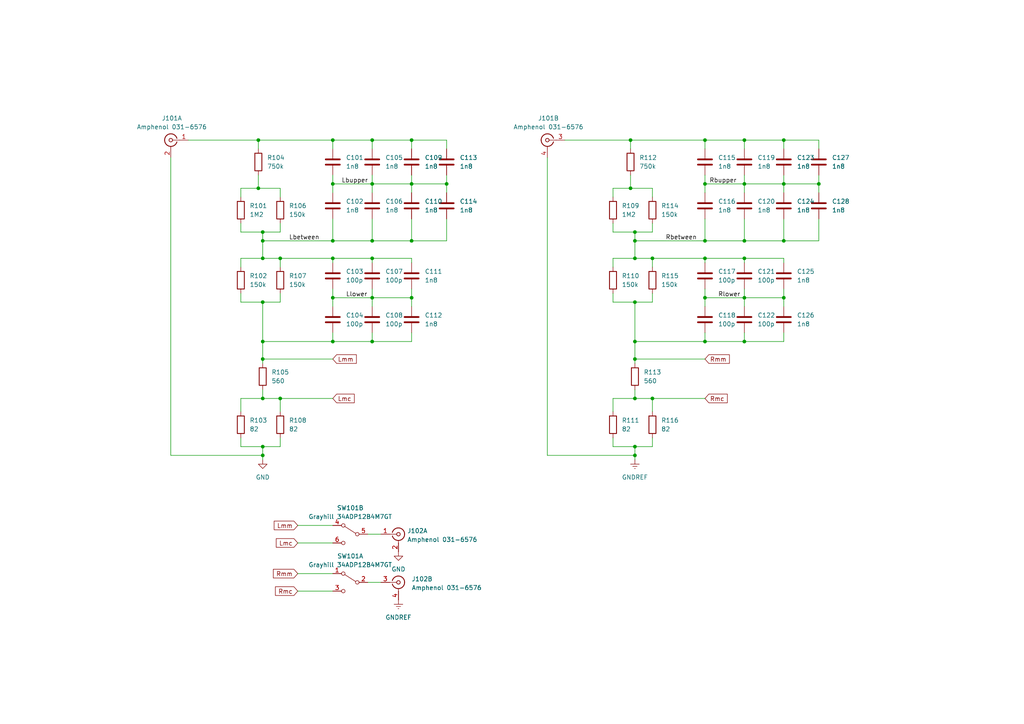
<source format=kicad_sch>
(kicad_sch (version 20230121) (generator eeschema)
  (paper "A4")
  (title_block (title "Inverse RIAA filter") (date "2023-12-10") (company "Erik Ø. Sørensen, LB3TH"))
  (lib_symbols
    (symbol "Connector:Conn_Coaxial_x2_Isolated" (pin_names (offset 1.016) hide)
      (property "Reference" "J" (at 0.254 3.048 0))
      (property "Value" "Conn_Coaxial_x2_Isolated" (at 2.921 0 90))
      (symbol "Conn_Coaxial_x2_Isolated_0_1"
        (arc (start -1.778 -0.508) (mid 0.2311 -1.8066) (end 1.778 0) (stroke (width 0.254)))
        (polyline (pts (xy -2.54 0) (xy -0.508 0)))
        (polyline (pts (xy 0 -2.54) (xy 0 -1.778)))
        (circle (center 0 0) (radius 0.508) (stroke (width 0.2032)))
        (arc (start 1.778 0) (mid 0.2099 1.8101) (end -1.778 0.508) (stroke (width 0.254)))
      )
      (symbol "Conn_Coaxial_x2_Isolated_1_1"
        (pin passive line (at -5.08 0 0) (length 2.54) (name "In1") (number "1"))
        (pin passive line (at 0 -5.08 90) (length 2.54) (name "Ext1") (number "2"))
      )
      (symbol "Conn_Coaxial_x2_Isolated_2_1"
        (pin passive line (at -5.08 0 0) (length 2.54) (name "In2") (number "3"))
        (pin passive line (at 0 -5.08 90) (length 2.54) (name "Ext2") (number "4"))
      )
    )
    (symbol "Device:C" (pin_numbers hide) (pin_names (offset 0.254))
      (property "Reference" "C" (at 0.635 2.54 0))
      (property "Value" "C" (at 0.635 -2.54 0))
      (symbol "C_0_1"
        (polyline (pts (xy -2.032 -0.762) (xy 2.032 -0.762)) (stroke (width 0.508)))
        (polyline (pts (xy -2.032 0.762) (xy 2.032 0.762)) (stroke (width 0.508)))
      )
      (symbol "C_1_1"
        (pin passive line (at 0 3.81 270) (length 2.794) (name "~") (number "1"))
        (pin passive line (at 0 -3.81 90) (length 2.794) (name "~") (number "2"))
      )
    )
    (symbol "Device:R" (pin_numbers hide) (pin_names (offset 0))
      (property "Reference" "R" (at 2.032 0 90))
      (property "Value" "R" (at 0 0 90))
      (symbol "R_0_1"
        (rectangle (start -1.016 -2.54) (end 1.016 2.54) (stroke (width 0.254)))
      )
      (symbol "R_1_1"
        (pin passive line (at 0 3.81 270) (length 1.27) (name "~") (number "1"))
        (pin passive line (at 0 -3.81 90) (length 1.27) (name "~") (number "2"))
      )
    )
    (symbol "Switch:SW_DPDT_x2" (pin_names (offset 0) hide)
      (property "Reference" "SW" (at 0 4.318 0))
      (property "Value" "SW_DPDT_x2" (at 0 -5.08 0))
      (symbol "SW_DPDT_x2_0_0"
        (circle (center -2.032 0) (radius 0.508))
        (circle (center 2.032 -2.54) (radius 0.508))
      )
      (symbol "SW_DPDT_x2_0_1"
        (polyline (pts (xy -1.524 0.254) (xy 1.651 2.286)))
        (circle (center 2.032 2.54) (radius 0.508))
      )
      (symbol "SW_DPDT_x2_1_1"
        (pin passive line (at 5.08 2.54 180) (length 2.54) (name "A") (number "1"))
        (pin passive line (at -5.08 0 0) (length 2.54) (name "B") (number "2"))
        (pin passive line (at 5.08 -2.54 180) (length 2.54) (name "C") (number "3"))
      )
      (symbol "SW_DPDT_x2_2_1"
        (pin passive line (at 5.08 2.54 180) (length 2.54) (name "A") (number "4"))
        (pin passive line (at -5.08 0 0) (length 2.54) (name "B") (number "5"))
        (pin passive line (at 5.08 -2.54 180) (length 2.54) (name "C") (number "6"))
      )
    )
    (symbol "power:GND" (power) (pin_names (offset 0))
      (property "Value" "GND" (at 0 -3.81 0))
      (symbol "GND_0_1"
        (polyline (pts (xy 0 0) (xy 0 -1.27) (xy 1.27 -1.27) (xy 0 -2.54) (xy -1.27 -1.27) (xy 0 -1.27)))
      )
      (symbol "GND_1_1"
        (pin power_in line (at 0 0 270) (length 0) hide (name "GND") (number "1"))
      )
    )
    (symbol "power:GNDREF" (power) (pin_names (offset 0))
      (property "Value" "GNDREF" (at 0 -3.81 0))
      (symbol "GNDREF_0_1"
        (polyline (pts (xy -0.635 -1.905) (xy 0.635 -1.905)))
        (polyline (pts (xy -0.127 -2.54) (xy 0.127 -2.54)))
        (polyline (pts (xy 0 -1.27) (xy 0 0)))
        (polyline (pts (xy 1.27 -1.27) (xy -1.27 -1.27)))
      )
      (symbol "GNDREF_1_1"
        (pin power_in line (at 0 0 270) (length 0) hide (name "GNDREF") (number "1"))
      )
    )
  )
  (junction (at 215.9 99.06))
  (junction (at 96.52 53.34))
  (junction (at 184.15 74.93))
  (junction (at 96.52 99.06))
  (junction (at 204.47 40.64))
  (junction (at 215.9 53.34))
  (junction (at 204.47 99.06))
  (junction (at 119.38 40.64))
  (junction (at 76.2 67.31))
  (junction (at 119.38 69.85))
  (junction (at 184.15 69.85))
  (junction (at 184.15 115.57))
  (junction (at 81.28 74.93))
  (junction (at 184.15 67.31))
  (junction (at 76.2 132.08))
  (junction (at 119.38 86.36))
  (junction (at 129.54 53.34))
  (junction (at 227.33 69.85))
  (junction (at 184.15 129.54))
  (junction (at 189.23 74.93))
  (junction (at 107.95 69.85))
  (junction (at 184.15 104.14))
  (junction (at 204.47 86.36))
  (junction (at 237.49 53.34))
  (junction (at 107.95 74.93))
  (junction (at 76.2 74.93))
  (junction (at 119.38 53.34))
  (junction (at 204.47 74.93))
  (junction (at 76.2 87.63))
  (junction (at 76.2 99.06))
  (junction (at 74.93 40.64))
  (junction (at 96.52 40.64))
  (junction (at 96.52 86.36))
  (junction (at 227.33 40.64))
  (junction (at 76.2 115.57))
  (junction (at 96.52 74.93))
  (junction (at 107.95 86.36))
  (junction (at 184.15 99.06))
  (junction (at 215.9 86.36))
  (junction (at 76.2 129.54))
  (junction (at 227.33 53.34))
  (junction (at 182.88 54.61))
  (junction (at 107.95 99.06))
  (junction (at 182.88 40.64))
  (junction (at 189.23 115.57))
  (junction (at 81.28 115.57))
  (junction (at 96.52 69.85))
  (junction (at 215.9 40.64))
  (junction (at 204.47 53.34))
  (junction (at 204.47 69.85))
  (junction (at 107.95 40.64))
  (junction (at 184.15 87.63))
  (junction (at 107.95 53.34))
  (junction (at 184.15 132.08))
  (junction (at 74.93 54.61))
  (junction (at 227.33 86.36))
  (junction (at 76.2 104.14))
  (junction (at 76.2 69.85))
  (junction (at 215.9 74.93))
  (junction (at 215.9 69.85))
  (wire (pts (xy 184.15 99.06) (xy 184.15 104.14)))
  (wire (pts (xy 189.23 67.31) (xy 184.15 67.31)))
  (wire (pts (xy 189.23 129.54) (xy 189.23 127)))
  (wire (pts (xy 119.38 53.34) (xy 119.38 55.88)))
  (wire (pts (xy 81.28 74.93) (xy 96.52 74.93)))
  (wire (pts (xy 215.9 96.52) (xy 215.9 99.06)))
  (wire (pts (xy 204.47 96.52) (xy 204.47 99.06)))
  (wire (pts (xy 81.28 129.54) (xy 81.28 127)))
  (wire (pts (xy 189.23 87.63) (xy 184.15 87.63)))
  (wire (pts (xy 96.52 63.5) (xy 96.52 69.85)))
  (wire (pts (xy 76.2 87.63) (xy 69.85 87.63)))
  (wire (pts (xy 177.8 67.31) (xy 177.8 64.77)))
  (wire (pts (xy 184.15 115.57) (xy 189.23 115.57)))
  (wire (pts (xy 204.47 99.06) (xy 215.9 99.06)))
  (wire (pts (xy 119.38 69.85) (xy 107.95 69.85)))
  (wire (pts (xy 184.15 129.54) (xy 189.23 129.54)))
  (wire (pts (xy 107.95 40.64) (xy 119.38 40.64)))
  (wire (pts (xy 215.9 74.93) (xy 227.33 74.93)))
  (wire (pts (xy 237.49 69.85) (xy 227.33 69.85)))
  (wire (pts (xy 204.47 43.18) (xy 204.47 40.64)))
  (wire (pts (xy 86.36 152.4) (xy 96.52 152.4)))
  (wire (pts (xy 177.8 74.93) (xy 177.8 77.47)))
  (wire (pts (xy 184.15 67.31) (xy 177.8 67.31)))
  (wire (pts (xy 215.9 99.06) (xy 227.33 99.06)))
  (wire (pts (xy 204.47 74.93) (xy 215.9 74.93)))
  (wire (pts (xy 129.54 53.34) (xy 129.54 55.88)))
  (wire (pts (xy 76.2 115.57) (xy 81.28 115.57)))
  (wire (pts (xy 129.54 63.5) (xy 129.54 69.85)))
  (wire (pts (xy 204.47 83.82) (xy 204.47 86.36)))
  (wire (pts (xy 81.28 85.09) (xy 81.28 87.63)))
  (wire (pts (xy 96.52 86.36) (xy 96.52 88.9)))
  (wire (pts (xy 49.53 132.08) (xy 76.2 132.08)))
  (wire (pts (xy 106.68 154.94) (xy 110.49 154.94)))
  (wire (pts (xy 227.33 40.64) (xy 237.49 40.64)))
  (wire (pts (xy 107.95 74.93) (xy 119.38 74.93)))
  (wire (pts (xy 184.15 87.63) (xy 184.15 99.06)))
  (wire (pts (xy 76.2 132.08) (xy 76.2 133.35)))
  (wire (pts (xy 204.47 40.64) (xy 215.9 40.64)))
  (wire (pts (xy 189.23 74.93) (xy 184.15 74.93)))
  (wire (pts (xy 189.23 115.57) (xy 189.23 119.38)))
  (wire (pts (xy 81.28 74.93) (xy 76.2 74.93)))
  (wire (pts (xy 227.33 50.8) (xy 227.33 53.34)))
  (wire (pts (xy 76.2 69.85) (xy 96.52 69.85)))
  (wire (pts (xy 189.23 115.57) (xy 204.47 115.57)))
  (wire (pts (xy 69.85 129.54) (xy 76.2 129.54)))
  (wire (pts (xy 119.38 40.64) (xy 129.54 40.64)))
  (wire (pts (xy 69.85 127) (xy 69.85 129.54)))
  (wire (pts (xy 106.68 168.91) (xy 110.49 168.91)))
  (wire (pts (xy 76.2 104.14) (xy 76.2 105.41)))
  (wire (pts (xy 215.9 86.36) (xy 227.33 86.36)))
  (wire (pts (xy 76.2 67.31) (xy 76.2 69.85)))
  (wire (pts (xy 215.9 53.34) (xy 215.9 55.88)))
  (wire (pts (xy 215.9 69.85) (xy 204.47 69.85)))
  (wire (pts (xy 76.2 99.06) (xy 96.52 99.06)))
  (wire (pts (xy 81.28 67.31) (xy 76.2 67.31)))
  (wire (pts (xy 107.95 63.5) (xy 107.95 69.85)))
  (wire (pts (xy 215.9 50.8) (xy 215.9 53.34)))
  (wire (pts (xy 96.52 86.36) (xy 107.95 86.36)))
  (wire (pts (xy 189.23 54.61) (xy 189.23 57.15)))
  (wire (pts (xy 119.38 50.8) (xy 119.38 53.34)))
  (wire (pts (xy 76.2 87.63) (xy 76.2 99.06)))
  (wire (pts (xy 119.38 83.82) (xy 119.38 86.36)))
  (wire (pts (xy 227.33 86.36) (xy 227.33 88.9)))
  (wire (pts (xy 237.49 63.5) (xy 237.49 69.85)))
  (wire (pts (xy 69.85 74.93) (xy 69.85 77.47)))
  (wire (pts (xy 69.85 87.63) (xy 69.85 85.09)))
  (wire (pts (xy 96.52 74.93) (xy 107.95 74.93)))
  (wire (pts (xy 129.54 40.64) (xy 129.54 43.18)))
  (wire (pts (xy 182.88 50.8) (xy 182.88 54.61)))
  (wire (pts (xy 96.52 53.34) (xy 96.52 55.88)))
  (wire (pts (xy 107.95 99.06) (xy 119.38 99.06)))
  (wire (pts (xy 189.23 77.47) (xy 189.23 74.93)))
  (wire (pts (xy 184.15 69.85) (xy 184.15 74.93)))
  (wire (pts (xy 119.38 96.52) (xy 119.38 99.06)))
  (wire (pts (xy 76.2 104.14) (xy 96.52 104.14)))
  (wire (pts (xy 184.15 87.63) (xy 177.8 87.63)))
  (wire (pts (xy 227.33 96.52) (xy 227.33 99.06)))
  (wire (pts (xy 177.8 57.15) (xy 177.8 54.61)))
  (wire (pts (xy 81.28 115.57) (xy 81.28 119.38)))
  (wire (pts (xy 227.33 69.85) (xy 215.9 69.85)))
  (wire (pts (xy 182.88 54.61) (xy 189.23 54.61)))
  (wire (pts (xy 49.53 45.72) (xy 49.53 132.08)))
  (wire (pts (xy 237.49 53.34) (xy 237.49 55.88)))
  (wire (pts (xy 86.36 157.48) (xy 96.52 157.48)))
  (wire (pts (xy 227.33 74.93) (xy 227.33 76.2)))
  (wire (pts (xy 227.33 83.82) (xy 227.33 86.36)))
  (wire (pts (xy 177.8 87.63) (xy 177.8 85.09)))
  (wire (pts (xy 215.9 40.64) (xy 227.33 40.64)))
  (wire (pts (xy 107.95 86.36) (xy 107.95 88.9)))
  (wire (pts (xy 81.28 115.57) (xy 96.52 115.57)))
  (wire (pts (xy 204.47 53.34) (xy 204.47 55.88)))
  (wire (pts (xy 76.2 129.54) (xy 81.28 129.54)))
  (wire (pts (xy 204.47 86.36) (xy 215.9 86.36)))
  (wire (pts (xy 81.28 54.61) (xy 81.28 57.15)))
  (wire (pts (xy 107.95 96.52) (xy 107.95 99.06)))
  (wire (pts (xy 129.54 69.85) (xy 119.38 69.85)))
  (wire (pts (xy 74.93 50.8) (xy 74.93 54.61)))
  (wire (pts (xy 227.33 63.5) (xy 227.33 69.85)))
  (wire (pts (xy 76.2 99.06) (xy 76.2 104.14)))
  (wire (pts (xy 215.9 40.64) (xy 215.9 43.18)))
  (wire (pts (xy 119.38 74.93) (xy 119.38 76.2)))
  (wire (pts (xy 107.95 86.36) (xy 119.38 86.36)))
  (wire (pts (xy 76.2 69.85) (xy 76.2 74.93)))
  (wire (pts (xy 184.15 104.14) (xy 184.15 105.41)))
  (wire (pts (xy 184.15 69.85) (xy 204.47 69.85)))
  (wire (pts (xy 184.15 74.93) (xy 177.8 74.93)))
  (wire (pts (xy 158.75 132.08) (xy 184.15 132.08)))
  (wire (pts (xy 177.8 119.38) (xy 177.8 115.57)))
  (wire (pts (xy 215.9 83.82) (xy 215.9 86.36)))
  (wire (pts (xy 107.95 53.34) (xy 119.38 53.34)))
  (wire (pts (xy 119.38 86.36) (xy 119.38 88.9)))
  (wire (pts (xy 96.52 50.8) (xy 96.52 53.34)))
  (wire (pts (xy 184.15 99.06) (xy 204.47 99.06)))
  (wire (pts (xy 107.95 74.93) (xy 107.95 76.2)))
  (wire (pts (xy 96.52 40.64) (xy 74.93 40.64)))
  (wire (pts (xy 184.15 104.14) (xy 204.47 104.14)))
  (wire (pts (xy 184.15 132.08) (xy 184.15 133.35)))
  (wire (pts (xy 227.33 53.34) (xy 227.33 55.88)))
  (wire (pts (xy 184.15 113.03) (xy 184.15 115.57)))
  (wire (pts (xy 107.95 83.82) (xy 107.95 86.36)))
  (wire (pts (xy 69.85 54.61) (xy 74.93 54.61)))
  (wire (pts (xy 215.9 74.93) (xy 215.9 76.2)))
  (wire (pts (xy 96.52 43.18) (xy 96.52 40.64)))
  (wire (pts (xy 215.9 63.5) (xy 215.9 69.85)))
  (wire (pts (xy 163.83 40.64) (xy 182.88 40.64)))
  (wire (pts (xy 215.9 53.34) (xy 227.33 53.34)))
  (wire (pts (xy 96.52 99.06) (xy 107.95 99.06)))
  (wire (pts (xy 204.47 53.34) (xy 215.9 53.34)))
  (wire (pts (xy 227.33 40.64) (xy 227.33 43.18)))
  (wire (pts (xy 158.75 45.72) (xy 158.75 132.08)))
  (wire (pts (xy 215.9 86.36) (xy 215.9 88.9)))
  (wire (pts (xy 184.15 129.54) (xy 184.15 132.08)))
  (wire (pts (xy 189.23 74.93) (xy 204.47 74.93)))
  (wire (pts (xy 119.38 40.64) (xy 119.38 43.18)))
  (wire (pts (xy 81.28 64.77) (xy 81.28 67.31)))
  (wire (pts (xy 107.95 53.34) (xy 107.95 55.88)))
  (wire (pts (xy 204.47 74.93) (xy 204.47 76.2)))
  (wire (pts (xy 54.61 40.64) (xy 74.93 40.64)))
  (wire (pts (xy 107.95 50.8) (xy 107.95 53.34)))
  (wire (pts (xy 204.47 40.64) (xy 182.88 40.64)))
  (wire (pts (xy 96.52 96.52) (xy 96.52 99.06)))
  (wire (pts (xy 96.52 40.64) (xy 107.95 40.64)))
  (wire (pts (xy 76.2 67.31) (xy 69.85 67.31)))
  (wire (pts (xy 177.8 115.57) (xy 184.15 115.57)))
  (wire (pts (xy 237.49 40.64) (xy 237.49 43.18)))
  (wire (pts (xy 177.8 129.54) (xy 184.15 129.54)))
  (wire (pts (xy 96.52 83.82) (xy 96.52 86.36)))
  (wire (pts (xy 96.52 53.34) (xy 107.95 53.34)))
  (wire (pts (xy 74.93 54.61) (xy 81.28 54.61)))
  (wire (pts (xy 74.93 40.64) (xy 74.93 43.18)))
  (wire (pts (xy 227.33 53.34) (xy 237.49 53.34)))
  (wire (pts (xy 69.85 119.38) (xy 69.85 115.57)))
  (wire (pts (xy 204.47 63.5) (xy 204.47 69.85)))
  (wire (pts (xy 76.2 113.03) (xy 76.2 115.57)))
  (wire (pts (xy 76.2 74.93) (xy 69.85 74.93)))
  (wire (pts (xy 81.28 77.47) (xy 81.28 74.93)))
  (wire (pts (xy 119.38 63.5) (xy 119.38 69.85)))
  (wire (pts (xy 189.23 85.09) (xy 189.23 87.63)))
  (wire (pts (xy 237.49 50.8) (xy 237.49 53.34)))
  (wire (pts (xy 177.8 54.61) (xy 182.88 54.61)))
  (wire (pts (xy 69.85 67.31) (xy 69.85 64.77)))
  (wire (pts (xy 119.38 53.34) (xy 129.54 53.34)))
  (wire (pts (xy 69.85 57.15) (xy 69.85 54.61)))
  (wire (pts (xy 81.28 87.63) (xy 76.2 87.63)))
  (wire (pts (xy 184.15 67.31) (xy 184.15 69.85)))
  (wire (pts (xy 189.23 64.77) (xy 189.23 67.31)))
  (wire (pts (xy 107.95 40.64) (xy 107.95 43.18)))
  (wire (pts (xy 182.88 40.64) (xy 182.88 43.18)))
  (wire (pts (xy 204.47 50.8) (xy 204.47 53.34)))
  (wire (pts (xy 96.52 74.93) (xy 96.52 76.2)))
  (wire (pts (xy 204.47 86.36) (xy 204.47 88.9)))
  (wire (pts (xy 177.8 127) (xy 177.8 129.54)))
  (wire (pts (xy 86.36 171.45) (xy 96.52 171.45)))
  (wire (pts (xy 69.85 115.57) (xy 76.2 115.57)))
  (wire (pts (xy 107.95 69.85) (xy 96.52 69.85)))
  (wire (pts (xy 76.2 129.54) (xy 76.2 132.08)))
  (wire (pts (xy 86.36 166.37) (xy 96.52 166.37)))
  (wire (pts (xy 129.54 50.8) (xy 129.54 53.34)))
  (label "Llower" (at 100.33 86.36 0))
  (label "Rbupper" (at 205.74 53.34 0))
  (label "Rlower" (at 208.28 86.36 0))
  (label "Lbetween" (at 83.82 69.85 0))
  (label "Lbupper" (at 99.06 53.34 0))
  (label "Rbetween" (at 193.04 69.85 0))
  (global_label "Lmm" (shape input) (at 96.52 104.14 0) (property "Intersheetrefs" "${INTERSHEET_REFS}" (effects hide)))
  (global_label "Lmc" (shape input) (at 86.36 157.48 180) (property "Intersheetrefs" "${INTERSHEET_REFS}" (effects hide)))
  (global_label "Lmc" (shape input) (at 96.52 115.57 0) (property "Intersheetrefs" "${INTERSHEET_REFS}" (effects hide)))
  (global_label "Rmc" (shape input) (at 204.47 115.57 0) (property "Intersheetrefs" "${INTERSHEET_REFS}" (effects hide)))
  (global_label "Rmm" (shape input) (at 204.47 104.14 0) (property "Intersheetrefs" "${INTERSHEET_REFS}" (effects hide)))
  (global_label "Rmm" (shape input) (at 86.36 166.37 180) (property "Intersheetrefs" "${INTERSHEET_REFS}" (effects hide)))
  (global_label "Rmc" (shape input) (at 86.36 171.45 180) (property "Intersheetrefs" "${INTERSHEET_REFS}" (effects hide)))
  (global_label "Lmm" (shape input) (at 86.36 152.4 180) (property "Intersheetrefs" "${INTERSHEET_REFS}" (effects hide)))
  (symbol (lib_id "Device:R") (at 81.28 81.28 0) (unit 1)
    (property "Reference" "R107" (at 83.82 80.01 0) (effects (justify left)))
    (property "Value" "150k" (at 83.82 82.55 0) (effects (justify left)))
    (property "Footprint" "Resistor_SMD:R_0805_2012Metric" (effects hide))
  )
  (symbol (lib_id "Device:C") (at 119.38 59.69 0) (unit 1)
    (property "Reference" "C110" (at 123.19 58.42 0) (effects (justify left)))
    (property "Value" "1n8" (at 123.19 60.96 0) (effects (justify left)))
    (property "Footprint" "Capacitor_SMD:C_0805_2012Metric" (effects hide))
  )
  (symbol (lib_id "Device:C") (at 237.49 46.99 0) (unit 1)
    (property "Reference" "C127" (at 241.3 45.72 0) (effects (justify left)))
    (property "Value" "1n8" (at 241.3 48.26 0) (effects (justify left)))
    (property "Footprint" "Capacitor_SMD:C_0805_2012Metric" (effects hide))
  )
  (symbol (lib_id "Device:C") (at 204.47 80.01 0) (unit 1)
    (property "Reference" "C117" (at 208.28 78.74 0) (effects (justify left)))
    (property "Value" "100p" (at 208.28 81.28 0) (effects (justify left)))
    (property "Footprint" "Capacitor_SMD:C_0805_2012Metric" (effects hide))
  )
  (symbol (lib_id "Device:R") (at 69.85 81.28 0) (unit 1)
    (property "Reference" "R102" (at 72.39 80.01 0) (effects (justify left)))
    (property "Value" "150k" (at 72.39 82.55 0) (effects (justify left)))
    (property "Footprint" "Resistor_SMD:R_0805_2012Metric" (effects hide))
  )
  (symbol (lib_id "Device:C") (at 227.33 46.99 0) (unit 1)
    (property "Reference" "C123" (at 231.14 45.72 0) (effects (justify left)))
    (property "Value" "1n8" (at 231.14 48.26 0) (effects (justify left)))
    (property "Footprint" "Capacitor_SMD:C_0805_2012Metric" (effects hide))
  )
  (symbol (lib_id "Device:C") (at 215.9 46.99 0) (unit 1)
    (property "Reference" "C119" (at 219.71 45.72 0) (effects (justify left)))
    (property "Value" "1n8" (at 219.71 48.26 0) (effects (justify left)))
    (property "Footprint" "Capacitor_SMD:C_0805_2012Metric" (effects hide))
  )
  (symbol (lib_id "Device:R") (at 189.23 123.19 0) (unit 1)
    (property "Reference" "R116" (at 191.77 121.92 0) (effects (justify left)))
    (property "Value" "82" (at 191.77 124.46 0) (effects (justify left)))
    (property "Footprint" "Resistor_SMD:R_0805_2012Metric" (effects hide))
  )
  (symbol (lib_id "Switch:SW_DPDT_x2") (at 101.6 168.91 0) (mirror y) (unit 1)
    (property "Reference" "SW101" (at 101.6 161.29 0))
    (property "Value" "Grayhill 34ADP12B4M7GT" (at 101.6 163.83 0))
    (property "Footprint" "lb3th:34ADP12B4M7GT" (effects hide))
  )
  (symbol (lib_id "Device:C") (at 204.47 92.71 0) (unit 1)
    (property "Reference" "C118" (at 208.28 91.44 0) (effects (justify left)))
    (property "Value" "100p" (at 208.28 93.98 0) (effects (justify left)))
    (property "Footprint" "Capacitor_SMD:C_0805_2012Metric" (effects hide))
  )
  (symbol (lib_id "Device:R") (at 177.8 81.28 0) (unit 1)
    (property "Reference" "R110" (at 180.34 80.01 0) (effects (justify left)))
    (property "Value" "150k" (at 180.34 82.55 0) (effects (justify left)))
    (property "Footprint" "Resistor_SMD:R_0805_2012Metric" (effects hide))
  )
  (symbol (lib_id "Device:R") (at 177.8 60.96 0) (unit 1)
    (property "Reference" "R109" (at 180.34 59.69 0) (effects (justify left)))
    (property "Value" "1M2" (at 180.34 62.23 0) (effects (justify left)))
    (property "Footprint" "Resistor_SMD:R_0805_2012Metric" (effects hide))
  )
  (symbol (lib_id "Device:C") (at 107.95 80.01 0) (unit 1)
    (property "Reference" "C107" (at 111.76 78.74 0) (effects (justify left)))
    (property "Value" "100p" (at 111.76 81.28 0) (effects (justify left)))
    (property "Footprint" "Capacitor_SMD:C_0805_2012Metric" (effects hide))
  )
  (symbol (lib_id "Device:C") (at 119.38 92.71 0) (unit 1)
    (property "Reference" "C112" (at 123.19 91.44 0) (effects (justify left)))
    (property "Value" "1n8" (at 123.19 93.98 0) (effects (justify left)))
    (property "Footprint" "Capacitor_SMD:C_0805_2012Metric" (effects hide))
  )
  (symbol (lib_id "Device:R") (at 81.28 60.96 0) (unit 1)
    (property "Reference" "R106" (at 83.82 59.69 0) (effects (justify left)))
    (property "Value" "150k" (at 83.82 62.23 0) (effects (justify left)))
    (property "Footprint" "Resistor_SMD:R_0805_2012Metric" (effects hide))
  )
  (symbol (lib_id "Device:C") (at 215.9 92.71 0) (unit 1)
    (property "Reference" "C122" (at 219.71 91.44 0) (effects (justify left)))
    (property "Value" "100p" (at 219.71 93.98 0) (effects (justify left)))
    (property "Footprint" "Capacitor_SMD:C_0805_2012Metric" (effects hide))
  )
  (symbol (lib_id "Switch:SW_DPDT_x2") (at 101.6 154.94 0) (mirror y) (unit 2)
    (property "Reference" "SW101" (at 101.6 147.32 0))
    (property "Value" "Grayhill 34ADP12B4M7GT" (at 101.6 149.86 0))
    (property "Footprint" "lb3th:34ADP12B4M7GT" (effects hide))
  )
  (symbol (lib_id "Device:C") (at 107.95 59.69 0) (unit 1)
    (property "Reference" "C106" (at 111.76 58.42 0) (effects (justify left)))
    (property "Value" "1n8" (at 111.76 60.96 0) (effects (justify left)))
    (property "Footprint" "Capacitor_SMD:C_0805_2012Metric" (effects hide))
  )
  (symbol (lib_id "Connector:Conn_Coaxial_x2_Isolated") (at 49.53 40.64 0) (mirror y) (unit 1)
    (property "Reference" "J101" (at 49.8474 34.29 0))
    (property "Value" "Amphenol 031-6576" (at 49.8474 36.83 0))
    (property "Footprint" "Connector_Coaxial:BNC_Amphenol_031-6575_Horizontal" (effects hide))
    (property "Datasheet" " ~" (effects hide))
  )
  (symbol (lib_id "Connector:Conn_Coaxial_x2_Isolated") (at 115.57 154.94 0) (unit 1)
    (property "Reference" "J102" (at 118.11 153.9632 0) (effects (justify left)))
    (property "Value" "Amphenol 031-6576" (at 118.11 156.5032 0) (effects (justify left)))
    (property "Footprint" "Connector_Coaxial:BNC_Amphenol_031-6575_Horizontal" (effects hide))
    (property "Datasheet" " ~" (effects hide))
  )
  (symbol (lib_id "power:GNDREF") (at 184.15 133.35 0) (unit 1)
    (property "Reference" "#PWR0104" (effects hide))
    (property "Value" "GNDREF" (at 184.15 138.43 0))
  )
  (symbol (lib_id "Device:R") (at 74.93 46.99 0) (unit 1)
    (property "Reference" "R104" (at 77.47 45.72 0) (effects (justify left)))
    (property "Value" "750k" (at 77.47 48.26 0) (effects (justify left)))
    (property "Footprint" "Resistor_SMD:R_0805_2012Metric" (effects hide))
  )
  (symbol (lib_id "Device:C") (at 204.47 46.99 0) (unit 1)
    (property "Reference" "C115" (at 208.28 45.72 0) (effects (justify left)))
    (property "Value" "1n8" (at 208.28 48.26 0) (effects (justify left)))
    (property "Footprint" "Capacitor_SMD:C_0805_2012Metric" (effects hide))
  )
  (symbol (lib_id "Device:C") (at 227.33 92.71 0) (unit 1)
    (property "Reference" "C126" (at 231.14 91.44 0) (effects (justify left)))
    (property "Value" "1n8" (at 231.14 93.98 0) (effects (justify left)))
    (property "Footprint" "Capacitor_SMD:C_0805_2012Metric" (effects hide))
  )
  (symbol (lib_id "Device:C") (at 129.54 46.99 0) (unit 1)
    (property "Reference" "C113" (at 133.35 45.72 0) (effects (justify left)))
    (property "Value" "1n8" (at 133.35 48.26 0) (effects (justify left)))
    (property "Footprint" "Capacitor_SMD:C_0805_2012Metric" (effects hide))
  )
  (symbol (lib_id "Device:C") (at 119.38 80.01 0) (unit 1)
    (property "Reference" "C111" (at 123.19 78.74 0) (effects (justify left)))
    (property "Value" "1n8" (at 123.19 81.28 0) (effects (justify left)))
    (property "Footprint" "Capacitor_SMD:C_0805_2012Metric" (effects hide))
  )
  (symbol (lib_id "Device:C") (at 129.54 59.69 0) (unit 1)
    (property "Reference" "C114" (at 133.35 58.42 0) (effects (justify left)))
    (property "Value" "1n8" (at 133.35 60.96 0) (effects (justify left)))
    (property "Footprint" "Capacitor_SMD:C_0805_2012Metric" (effects hide))
  )
  (symbol (lib_id "Device:C") (at 204.47 59.69 0) (unit 1)
    (property "Reference" "C116" (at 208.28 58.42 0) (effects (justify left)))
    (property "Value" "1n8" (at 208.28 60.96 0) (effects (justify left)))
    (property "Footprint" "Capacitor_SMD:C_0805_2012Metric" (effects hide))
  )
  (symbol (lib_id "Connector:Conn_Coaxial_x2_Isolated") (at 158.75 40.64 0) (mirror y) (unit 2)
    (property "Reference" "J101" (at 159.0674 34.29 0))
    (property "Value" "Amphenol 031-6576" (at 159.0674 36.83 0))
    (property "Footprint" "Connector_Coaxial:BNC_Amphenol_031-6575_Horizontal" (effects hide))
    (property "Datasheet" " ~" (effects hide))
  )
  (symbol (lib_id "Device:R") (at 184.15 109.22 0) (unit 1)
    (property "Reference" "R113" (at 186.69 107.95 0) (effects (justify left)))
    (property "Value" "560" (at 186.69 110.49 0) (effects (justify left)))
    (property "Footprint" "Resistor_SMD:R_0805_2012Metric" (effects hide))
  )
  (symbol (lib_id "Device:C") (at 107.95 92.71 0) (unit 1)
    (property "Reference" "C108" (at 111.76 91.44 0) (effects (justify left)))
    (property "Value" "100p" (at 111.76 93.98 0) (effects (justify left)))
    (property "Footprint" "Capacitor_SMD:C_0805_2012Metric" (effects hide))
  )
  (symbol (lib_id "Device:C") (at 215.9 80.01 0) (unit 1)
    (property "Reference" "C121" (at 219.71 78.74 0) (effects (justify left)))
    (property "Value" "100p" (at 219.71 81.28 0) (effects (justify left)))
    (property "Footprint" "Capacitor_SMD:C_0805_2012Metric" (effects hide))
  )
  (symbol (lib_id "Device:R") (at 69.85 60.96 0) (unit 1)
    (property "Reference" "R101" (at 72.39 59.69 0) (effects (justify left)))
    (property "Value" "1M2" (at 72.39 62.23 0) (effects (justify left)))
    (property "Footprint" "Resistor_SMD:R_0805_2012Metric" (effects hide))
  )
  (symbol (lib_id "Device:R") (at 189.23 81.28 0) (unit 1)
    (property "Reference" "R115" (at 191.77 80.01 0) (effects (justify left)))
    (property "Value" "150k" (at 191.77 82.55 0) (effects (justify left)))
    (property "Footprint" "Resistor_SMD:R_0805_2012Metric" (effects hide))
  )
  (symbol (lib_id "Device:C") (at 237.49 59.69 0) (unit 1)
    (property "Reference" "C128" (at 241.3 58.42 0) (effects (justify left)))
    (property "Value" "1n8" (at 241.3 60.96 0) (effects (justify left)))
    (property "Footprint" "Capacitor_SMD:C_0805_2012Metric" (effects hide))
  )
  (symbol (lib_id "power:GND") (at 115.57 160.02 0) (unit 1)
    (property "Reference" "#PWR0102" (effects hide))
    (property "Value" "GND" (at 115.57 165.1 0))
  )
  (symbol (lib_id "Device:R") (at 189.23 60.96 0) (unit 1)
    (property "Reference" "R114" (at 191.77 59.69 0) (effects (justify left)))
    (property "Value" "150k" (at 191.77 62.23 0) (effects (justify left)))
    (property "Footprint" "Resistor_SMD:R_0805_2012Metric" (effects hide))
  )
  (symbol (lib_id "Device:C") (at 119.38 46.99 0) (unit 1)
    (property "Reference" "C109" (at 123.19 45.72 0) (effects (justify left)))
    (property "Value" "1n8" (at 123.19 48.26 0) (effects (justify left)))
    (property "Footprint" "Capacitor_SMD:C_0805_2012Metric" (effects hide))
  )
  (symbol (lib_id "Device:C") (at 96.52 59.69 0) (unit 1)
    (property "Reference" "C102" (at 100.33 58.42 0) (effects (justify left)))
    (property "Value" "1n8" (at 100.33 60.96 0) (effects (justify left)))
    (property "Footprint" "Capacitor_SMD:C_0805_2012Metric" (effects hide))
  )
  (symbol (lib_id "power:GNDREF") (at 115.57 173.99 0) (unit 1)
    (property "Reference" "#PWR0103" (effects hide))
    (property "Value" "GNDREF" (at 115.57 179.07 0))
  )
  (symbol (lib_id "Device:R") (at 69.85 123.19 0) (unit 1)
    (property "Reference" "R103" (at 72.39 121.92 0) (effects (justify left)))
    (property "Value" "82" (at 72.39 124.46 0) (effects (justify left)))
    (property "Footprint" "Resistor_SMD:R_0805_2012Metric" (effects hide))
  )
  (symbol (lib_id "Device:R") (at 76.2 109.22 0) (unit 1)
    (property "Reference" "R105" (at 78.74 107.95 0) (effects (justify left)))
    (property "Value" "560" (at 78.74 110.49 0) (effects (justify left)))
    (property "Footprint" "Resistor_SMD:R_0805_2012Metric" (effects hide))
  )
  (symbol (lib_id "Device:C") (at 96.52 92.71 0) (unit 1)
    (property "Reference" "C104" (at 100.33 91.44 0) (effects (justify left)))
    (property "Value" "100p" (at 100.33 93.98 0) (effects (justify left)))
    (property "Footprint" "Capacitor_SMD:C_0805_2012Metric" (effects hide))
  )
  (symbol (lib_id "Device:C") (at 96.52 80.01 0) (unit 1)
    (property "Reference" "C103" (at 100.33 78.74 0) (effects (justify left)))
    (property "Value" "100p" (at 100.33 81.28 0) (effects (justify left)))
    (property "Footprint" "Capacitor_SMD:C_0805_2012Metric" (effects hide))
  )
  (symbol (lib_id "power:GND") (at 76.2 133.35 0) (unit 1)
    (property "Reference" "#PWR0101" (effects hide))
    (property "Value" "GND" (at 76.2 138.43 0))
  )
  (symbol (lib_id "Device:R") (at 177.8 123.19 0) (unit 1)
    (property "Reference" "R111" (at 180.34 121.92 0) (effects (justify left)))
    (property "Value" "82" (at 180.34 124.46 0) (effects (justify left)))
    (property "Footprint" "Resistor_SMD:R_0805_2012Metric" (effects hide))
  )
  (symbol (lib_id "Device:R") (at 81.28 123.19 0) (unit 1)
    (property "Reference" "R108" (at 83.82 121.92 0) (effects (justify left)))
    (property "Value" "82" (at 83.82 124.46 0) (effects (justify left)))
    (property "Footprint" "Resistor_SMD:R_0805_2012Metric" (effects hide))
  )
  (symbol (lib_id "Device:C") (at 227.33 59.69 0) (unit 1)
    (property "Reference" "C124" (at 231.14 58.42 0) (effects (justify left)))
    (property "Value" "1n8" (at 231.14 60.96 0) (effects (justify left)))
    (property "Footprint" "Capacitor_SMD:C_0805_2012Metric" (effects hide))
  )
  (symbol (lib_id "Device:C") (at 227.33 80.01 0) (unit 1)
    (property "Reference" "C125" (at 231.14 78.74 0) (effects (justify left)))
    (property "Value" "1n8" (at 231.14 81.28 0) (effects (justify left)))
    (property "Footprint" "Capacitor_SMD:C_0805_2012Metric" (effects hide))
  )
  (symbol (lib_id "Connector:Conn_Coaxial_x2_Isolated") (at 115.57 168.91 0) (unit 2)
    (property "Reference" "J102" (at 119.38 167.9332 0) (effects (justify left)))
    (property "Value" "Amphenol 031-6576" (at 119.38 170.4732 0) (effects (justify left)))
    (property "Footprint" "Connector_Coaxial:BNC_Amphenol_031-6575_Horizontal" (effects hide))
    (property "Datasheet" " ~" (effects hide))
  )
  (symbol (lib_id "Device:C") (at 96.52 46.99 0) (unit 1)
    (property "Reference" "C101" (at 100.33 45.72 0) (effects (justify left)))
    (property "Value" "1n8" (at 100.33 48.26 0) (effects (justify left)))
    (property "Footprint" "Capacitor_SMD:C_0805_2012Metric" (effects hide))
  )
  (symbol (lib_id "Device:R") (at 182.88 46.99 0) (unit 1)
    (property "Reference" "R112" (at 185.42 45.72 0) (effects (justify left)))
    (property "Value" "750k" (at 185.42 48.26 0) (effects (justify left)))
    (property "Footprint" "Resistor_SMD:R_0805_2012Metric" (effects hide))
  )
  (symbol (lib_id "Device:C") (at 107.95 46.99 0) (unit 1)
    (property "Reference" "C105" (at 111.76 45.72 0) (effects (justify left)))
    (property "Value" "1n8" (at 111.76 48.26 0) (effects (justify left)))
    (property "Footprint" "Capacitor_SMD:C_0805_2012Metric" (effects hide))
  )
  (symbol (lib_id "Device:C") (at 215.9 59.69 0) (unit 1)
    (property "Reference" "C120" (at 219.71 58.42 0) (effects (justify left)))
    (property "Value" "1n8" (at 219.71 60.96 0) (effects (justify left)))
    (property "Footprint" "Capacitor_SMD:C_0805_2012Metric" (effects hide))
  )
)
</source>
